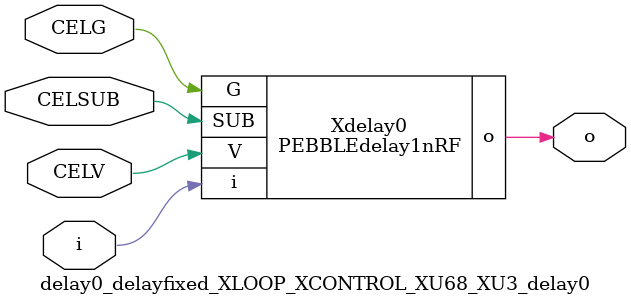
<source format=v>



module PEBBLEdelay1nRF ( o, V, G, i, SUB );

  input V;
  input i;
  input G;
  output o;
  input SUB;
endmodule

//Celera Confidential Do Not Copy delay0_delayfixed_XLOOP_XCONTROL_XU68_XU3_delay0
//TYPE: fixed 1ns
module delay0_delayfixed_XLOOP_XCONTROL_XU68_XU3_delay0 (i, CELV, o,
CELG,CELSUB);
input CELV;
input i;
output o;
input CELSUB;
input CELG;

//Celera Confidential Do Not Copy delayfast0
PEBBLEdelay1nRF Xdelay0(
.V (CELV),
.i (i),
.o (o),
.G (CELG),
.SUB (CELSUB)
);
//,diesize,PEBBLEdelay1nRF

//Celera Confidential Do Not Copy Module End
//Celera Schematic Generator
endmodule

</source>
